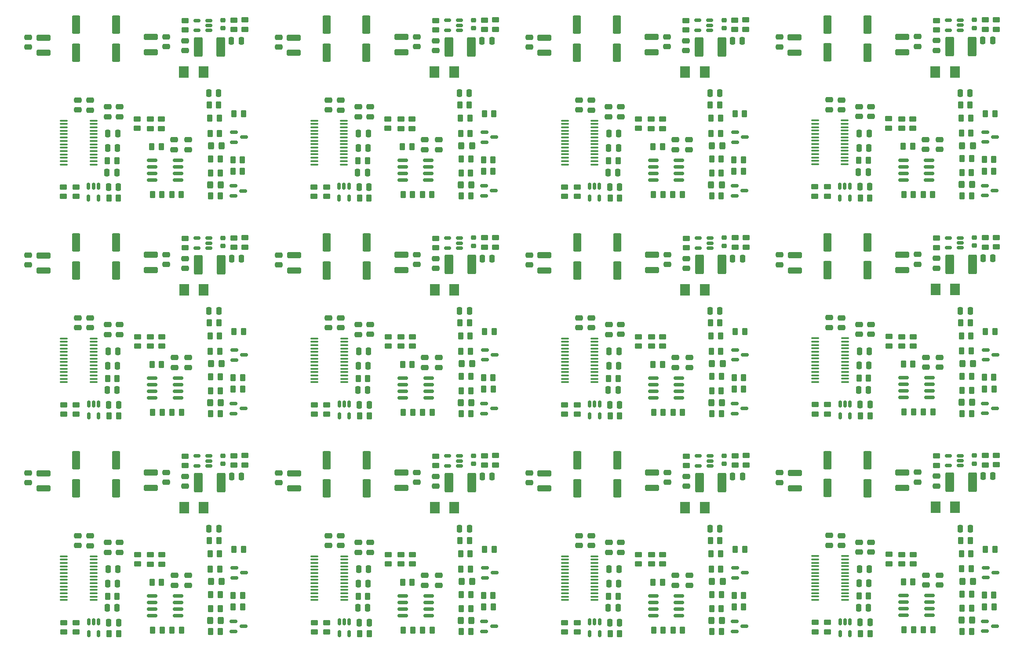
<source format=gbr>
%TF.GenerationSoftware,KiCad,Pcbnew,8.0.5*%
%TF.CreationDate,2024-10-20T11:29:55-04:00*%
%TF.ProjectId,power_glitcher_panel,706f7765-725f-4676-9c69-74636865725f,rev?*%
%TF.SameCoordinates,Original*%
%TF.FileFunction,Paste,Top*%
%TF.FilePolarity,Positive*%
%FSLAX46Y46*%
G04 Gerber Fmt 4.6, Leading zero omitted, Abs format (unit mm)*
G04 Created by KiCad (PCBNEW 8.0.5) date 2024-10-20 11:29:55*
%MOMM*%
%LPD*%
G01*
G04 APERTURE LIST*
G04 Aperture macros list*
%AMRoundRect*
0 Rectangle with rounded corners*
0 $1 Rounding radius*
0 $2 $3 $4 $5 $6 $7 $8 $9 X,Y pos of 4 corners*
0 Add a 4 corners polygon primitive as box body*
4,1,4,$2,$3,$4,$5,$6,$7,$8,$9,$2,$3,0*
0 Add four circle primitives for the rounded corners*
1,1,$1+$1,$2,$3*
1,1,$1+$1,$4,$5*
1,1,$1+$1,$6,$7*
1,1,$1+$1,$8,$9*
0 Add four rect primitives between the rounded corners*
20,1,$1+$1,$2,$3,$4,$5,0*
20,1,$1+$1,$4,$5,$6,$7,0*
20,1,$1+$1,$6,$7,$8,$9,0*
20,1,$1+$1,$8,$9,$2,$3,0*%
G04 Aperture macros list end*
%ADD10RoundRect,0.250000X0.475000X-0.250000X0.475000X0.250000X-0.475000X0.250000X-0.475000X-0.250000X0*%
%ADD11RoundRect,0.250000X-0.450000X0.262500X-0.450000X-0.262500X0.450000X-0.262500X0.450000X0.262500X0*%
%ADD12RoundRect,0.150000X-0.825000X-0.150000X0.825000X-0.150000X0.825000X0.150000X-0.825000X0.150000X0*%
%ADD13RoundRect,0.250000X-0.262500X-0.450000X0.262500X-0.450000X0.262500X0.450000X-0.262500X0.450000X0*%
%ADD14RoundRect,0.250000X-1.100000X0.325000X-1.100000X-0.325000X1.100000X-0.325000X1.100000X0.325000X0*%
%ADD15RoundRect,0.150000X-0.587500X-0.150000X0.587500X-0.150000X0.587500X0.150000X-0.587500X0.150000X0*%
%ADD16RoundRect,0.250000X-0.250000X-0.475000X0.250000X-0.475000X0.250000X0.475000X-0.250000X0.475000X0*%
%ADD17R,1.854500X2.286000*%
%ADD18RoundRect,0.250000X-0.475000X0.250000X-0.475000X-0.250000X0.475000X-0.250000X0.475000X0.250000X0*%
%ADD19RoundRect,0.250000X0.250000X0.475000X-0.250000X0.475000X-0.250000X-0.475000X0.250000X-0.475000X0*%
%ADD20RoundRect,0.250000X0.325000X0.450000X-0.325000X0.450000X-0.325000X-0.450000X0.325000X-0.450000X0*%
%ADD21RoundRect,0.250000X-0.550000X1.500000X-0.550000X-1.500000X0.550000X-1.500000X0.550000X1.500000X0*%
%ADD22RoundRect,0.250000X0.450000X-0.262500X0.450000X0.262500X-0.450000X0.262500X-0.450000X-0.262500X0*%
%ADD23RoundRect,0.250000X-0.325000X-0.450000X0.325000X-0.450000X0.325000X0.450000X-0.325000X0.450000X0*%
%ADD24RoundRect,0.250000X0.262500X0.450000X-0.262500X0.450000X-0.262500X-0.450000X0.262500X-0.450000X0*%
%ADD25RoundRect,0.150000X0.512500X0.150000X-0.512500X0.150000X-0.512500X-0.150000X0.512500X-0.150000X0*%
%ADD26RoundRect,0.225000X0.250000X-0.225000X0.250000X0.225000X-0.250000X0.225000X-0.250000X-0.225000X0*%
%ADD27RoundRect,0.250000X0.587500X1.625000X-0.587500X1.625000X-0.587500X-1.625000X0.587500X-1.625000X0*%
%ADD28RoundRect,0.100000X-0.637500X-0.100000X0.637500X-0.100000X0.637500X0.100000X-0.637500X0.100000X0*%
%ADD29RoundRect,0.150000X-0.150000X0.512500X-0.150000X-0.512500X0.150000X-0.512500X0.150000X0.512500X0*%
G04 APERTURE END LIST*
D10*
%TO.C,C17*%
X220197000Y-83200600D03*
X220197000Y-81300600D03*
%TD*%
D11*
%TO.C,R21*%
X242195800Y-64579000D03*
X242195800Y-66404000D03*
%TD*%
D12*
%TO.C,U2*%
X226473800Y-91608000D03*
X226473800Y-92878000D03*
X226473800Y-94148000D03*
X226473800Y-95418000D03*
X231423800Y-95418000D03*
X231423800Y-94148000D03*
X231423800Y-92878000D03*
X231423800Y-91608000D03*
%TD*%
D13*
%TO.C,R17*%
X226535800Y-98212000D03*
X228360800Y-98212000D03*
%TD*%
D14*
%TO.C,C9*%
X205515800Y-67960600D03*
X205515800Y-70910600D03*
%TD*%
D15*
%TO.C,Q2*%
X242147200Y-96550800D03*
X242147200Y-98450800D03*
X244022200Y-97500800D03*
%TD*%
D16*
%TO.C,C4*%
X217773800Y-93946700D03*
X219673800Y-93946700D03*
%TD*%
%TO.C,C12*%
X218088800Y-96768000D03*
X219988800Y-96768000D03*
%TD*%
D10*
%TO.C,C11*%
X230726800Y-89571000D03*
X230726800Y-87671000D03*
%TD*%
D17*
%TO.C,L1*%
X232592300Y-74590000D03*
X236376800Y-74590000D03*
%TD*%
D14*
%TO.C,C5*%
X226196400Y-67859000D03*
X226196400Y-70809000D03*
%TD*%
D18*
%TO.C,C7*%
X229168200Y-67808200D03*
X229168200Y-69708200D03*
%TD*%
D13*
%TO.C,R7*%
X226421900Y-88966400D03*
X228246900Y-88966400D03*
%TD*%
D19*
%TO.C,C1*%
X239282600Y-78679400D03*
X237382600Y-78679400D03*
%TD*%
D10*
%TO.C,C16*%
X217885600Y-83210800D03*
X217885600Y-81310800D03*
%TD*%
D20*
%TO.C,D2*%
X239668300Y-96339000D03*
X237618300Y-96339000D03*
%TD*%
D15*
%TO.C,Q1*%
X242246500Y-86213000D03*
X242246500Y-88113000D03*
X244121500Y-87163000D03*
%TD*%
D10*
%TO.C,C18*%
X232795400Y-70470200D03*
X232795400Y-68570200D03*
%TD*%
%TO.C,C13*%
X233393800Y-89571000D03*
X233393800Y-87671000D03*
%TD*%
D13*
%TO.C,R5*%
X237735100Y-98491400D03*
X239560100Y-98491400D03*
%TD*%
D10*
%TO.C,C15*%
X212170600Y-81900200D03*
X212170600Y-80000200D03*
%TD*%
%TO.C,C14*%
X214532800Y-81925600D03*
X214532800Y-80025600D03*
%TD*%
D21*
%TO.C,C8*%
X211794600Y-65456200D03*
X211794600Y-70856200D03*
%TD*%
D22*
%TO.C,R9*%
X228274200Y-85484700D03*
X228274200Y-83659700D03*
%TD*%
D23*
%TO.C,D1*%
X237773100Y-88839400D03*
X239823100Y-88839400D03*
%TD*%
D19*
%TO.C,C19*%
X243641200Y-68570200D03*
X241741200Y-68570200D03*
%TD*%
D24*
%TO.C,R11*%
X239282600Y-80965400D03*
X237457600Y-80965400D03*
%TD*%
D16*
%TO.C,C3*%
X217951600Y-86451800D03*
X219851600Y-86451800D03*
%TD*%
D18*
%TO.C,C10*%
X202594800Y-67884400D03*
X202594800Y-69784400D03*
%TD*%
D25*
%TO.C,U5*%
X237361900Y-66548400D03*
X237361900Y-65598400D03*
X237361900Y-64648400D03*
X235086900Y-64648400D03*
X235086900Y-66548400D03*
%TD*%
D26*
%TO.C,C20*%
X240113000Y-66128400D03*
X240113000Y-64578400D03*
%TD*%
D13*
%TO.C,R1*%
X242015600Y-91506400D03*
X243840600Y-91506400D03*
%TD*%
D22*
%TO.C,R14*%
X209402000Y-98589200D03*
X209402000Y-96764200D03*
%TD*%
D24*
%TO.C,R4*%
X239456600Y-86426400D03*
X237631600Y-86426400D03*
%TD*%
D11*
%TO.C,R8*%
X226115200Y-83659700D03*
X226115200Y-85484700D03*
%TD*%
D27*
%TO.C,D3*%
X239710400Y-69738600D03*
X235335400Y-69738600D03*
%TD*%
D28*
%TO.C,U1*%
X209442800Y-83973000D03*
X209442800Y-84623000D03*
X209442800Y-85273000D03*
X209442800Y-85923000D03*
X209442800Y-86573000D03*
X209442800Y-87223000D03*
X209442800Y-87873000D03*
X209442800Y-88523000D03*
X209442800Y-89173000D03*
X209442800Y-89823000D03*
X209442800Y-90473000D03*
X209442800Y-91123000D03*
X209442800Y-91773000D03*
X209442800Y-92423000D03*
X215167800Y-92423000D03*
X215167800Y-91773000D03*
X215167800Y-91123000D03*
X215167800Y-90473000D03*
X215167800Y-89823000D03*
X215167800Y-89173000D03*
X215167800Y-88523000D03*
X215167800Y-87873000D03*
X215167800Y-87223000D03*
X215167800Y-86573000D03*
X215167800Y-85923000D03*
X215167800Y-85273000D03*
X215167800Y-84623000D03*
X215167800Y-83973000D03*
%TD*%
D13*
%TO.C,R3*%
X242220700Y-82667200D03*
X244045700Y-82667200D03*
%TD*%
D24*
%TO.C,R12*%
X219988800Y-98927000D03*
X218163800Y-98927000D03*
%TD*%
D16*
%TO.C,C2*%
X217885800Y-89239000D03*
X219785800Y-89239000D03*
%TD*%
D22*
%TO.C,R13*%
X211815000Y-98589200D03*
X211815000Y-96764200D03*
%TD*%
%TO.C,R20*%
X244304000Y-66378600D03*
X244304000Y-64553600D03*
%TD*%
D13*
%TO.C,R6*%
X230265800Y-98212000D03*
X232090800Y-98212000D03*
%TD*%
D21*
%TO.C,C6*%
X219490800Y-65471400D03*
X219490800Y-70871400D03*
%TD*%
D24*
%TO.C,R16*%
X239422900Y-83505400D03*
X237597900Y-83505400D03*
%TD*%
D11*
%TO.C,R22*%
X232795400Y-64684000D03*
X232795400Y-66509000D03*
%TD*%
D29*
%TO.C,U3*%
X216117800Y-96641000D03*
X215167800Y-96641000D03*
X214217800Y-96641000D03*
X214217800Y-98916000D03*
X216117800Y-98916000D03*
%TD*%
D13*
%TO.C,R18*%
X237724900Y-94046400D03*
X239549900Y-94046400D03*
%TD*%
D24*
%TO.C,R19*%
X239562000Y-91328600D03*
X237737000Y-91328600D03*
%TD*%
%TO.C,R2*%
X243862200Y-93767000D03*
X242037200Y-93767000D03*
%TD*%
D22*
%TO.C,R10*%
X223626000Y-85459300D03*
X223626000Y-83634300D03*
%TD*%
D24*
%TO.C,R15*%
X219687100Y-91684200D03*
X217862100Y-91684200D03*
%TD*%
%TO.C,R2*%
X243862200Y-135767000D03*
X242037200Y-135767000D03*
%TD*%
D22*
%TO.C,R10*%
X223626000Y-127459300D03*
X223626000Y-125634300D03*
%TD*%
D24*
%TO.C,R15*%
X219687100Y-133684200D03*
X217862100Y-133684200D03*
%TD*%
D13*
%TO.C,R18*%
X237724900Y-136046400D03*
X239549900Y-136046400D03*
%TD*%
D24*
%TO.C,R19*%
X239562000Y-133328600D03*
X237737000Y-133328600D03*
%TD*%
D22*
%TO.C,R20*%
X244304000Y-108378600D03*
X244304000Y-106553600D03*
%TD*%
D13*
%TO.C,R6*%
X230265800Y-140212000D03*
X232090800Y-140212000D03*
%TD*%
D21*
%TO.C,C6*%
X219490800Y-107471400D03*
X219490800Y-112871400D03*
%TD*%
D24*
%TO.C,R16*%
X239422900Y-125505400D03*
X237597900Y-125505400D03*
%TD*%
D11*
%TO.C,R22*%
X232795400Y-106684000D03*
X232795400Y-108509000D03*
%TD*%
D29*
%TO.C,U3*%
X216117800Y-138641000D03*
X215167800Y-138641000D03*
X214217800Y-138641000D03*
X214217800Y-140916000D03*
X216117800Y-140916000D03*
%TD*%
D10*
%TO.C,C14*%
X214532800Y-123925600D03*
X214532800Y-122025600D03*
%TD*%
D21*
%TO.C,C8*%
X211794600Y-107456200D03*
X211794600Y-112856200D03*
%TD*%
D22*
%TO.C,R9*%
X228274200Y-127484700D03*
X228274200Y-125659700D03*
%TD*%
D23*
%TO.C,D1*%
X237773100Y-130839400D03*
X239823100Y-130839400D03*
%TD*%
D19*
%TO.C,C19*%
X243641200Y-110570200D03*
X241741200Y-110570200D03*
%TD*%
D24*
%TO.C,R11*%
X239282600Y-122965400D03*
X237457600Y-122965400D03*
%TD*%
D16*
%TO.C,C3*%
X217951600Y-128451800D03*
X219851600Y-128451800D03*
%TD*%
D18*
%TO.C,C10*%
X202594800Y-109884400D03*
X202594800Y-111784400D03*
%TD*%
D25*
%TO.C,U5*%
X237361900Y-108548400D03*
X237361900Y-107598400D03*
X237361900Y-106648400D03*
X235086900Y-106648400D03*
X235086900Y-108548400D03*
%TD*%
D26*
%TO.C,C20*%
X240113000Y-108128400D03*
X240113000Y-106578400D03*
%TD*%
D13*
%TO.C,R1*%
X242015600Y-133506400D03*
X243840600Y-133506400D03*
%TD*%
D22*
%TO.C,R14*%
X209402000Y-140589200D03*
X209402000Y-138764200D03*
%TD*%
D24*
%TO.C,R4*%
X239456600Y-128426400D03*
X237631600Y-128426400D03*
%TD*%
D11*
%TO.C,R8*%
X226115200Y-125659700D03*
X226115200Y-127484700D03*
%TD*%
D27*
%TO.C,D3*%
X239710400Y-111738600D03*
X235335400Y-111738600D03*
%TD*%
D28*
%TO.C,U1*%
X209442800Y-125973000D03*
X209442800Y-126623000D03*
X209442800Y-127273000D03*
X209442800Y-127923000D03*
X209442800Y-128573000D03*
X209442800Y-129223000D03*
X209442800Y-129873000D03*
X209442800Y-130523000D03*
X209442800Y-131173000D03*
X209442800Y-131823000D03*
X209442800Y-132473000D03*
X209442800Y-133123000D03*
X209442800Y-133773000D03*
X209442800Y-134423000D03*
X215167800Y-134423000D03*
X215167800Y-133773000D03*
X215167800Y-133123000D03*
X215167800Y-132473000D03*
X215167800Y-131823000D03*
X215167800Y-131173000D03*
X215167800Y-130523000D03*
X215167800Y-129873000D03*
X215167800Y-129223000D03*
X215167800Y-128573000D03*
X215167800Y-127923000D03*
X215167800Y-127273000D03*
X215167800Y-126623000D03*
X215167800Y-125973000D03*
%TD*%
D13*
%TO.C,R3*%
X242220700Y-124667200D03*
X244045700Y-124667200D03*
%TD*%
D24*
%TO.C,R12*%
X219988800Y-140927000D03*
X218163800Y-140927000D03*
%TD*%
D16*
%TO.C,C2*%
X217885800Y-131239000D03*
X219785800Y-131239000D03*
%TD*%
D22*
%TO.C,R13*%
X211815000Y-140589200D03*
X211815000Y-138764200D03*
%TD*%
D13*
%TO.C,R17*%
X226535800Y-140212000D03*
X228360800Y-140212000D03*
%TD*%
D14*
%TO.C,C9*%
X205515800Y-109960600D03*
X205515800Y-112910600D03*
%TD*%
D15*
%TO.C,Q2*%
X242147200Y-138550800D03*
X242147200Y-140450800D03*
X244022200Y-139500800D03*
%TD*%
D16*
%TO.C,C4*%
X217773800Y-135946700D03*
X219673800Y-135946700D03*
%TD*%
%TO.C,C12*%
X218088800Y-138768000D03*
X219988800Y-138768000D03*
%TD*%
D10*
%TO.C,C11*%
X230726800Y-131571000D03*
X230726800Y-129671000D03*
%TD*%
D17*
%TO.C,L1*%
X232592300Y-116590000D03*
X236376800Y-116590000D03*
%TD*%
D14*
%TO.C,C5*%
X226196400Y-109859000D03*
X226196400Y-112809000D03*
%TD*%
D18*
%TO.C,C7*%
X229168200Y-109808200D03*
X229168200Y-111708200D03*
%TD*%
D13*
%TO.C,R7*%
X226421900Y-130966400D03*
X228246900Y-130966400D03*
%TD*%
D19*
%TO.C,C1*%
X239282600Y-120679400D03*
X237382600Y-120679400D03*
%TD*%
D10*
%TO.C,C16*%
X217885600Y-125210800D03*
X217885600Y-123310800D03*
%TD*%
D20*
%TO.C,D2*%
X239668300Y-138339000D03*
X237618300Y-138339000D03*
%TD*%
D15*
%TO.C,Q1*%
X242246500Y-128213000D03*
X242246500Y-130113000D03*
X244121500Y-129163000D03*
%TD*%
D10*
%TO.C,C18*%
X232795400Y-112470200D03*
X232795400Y-110570200D03*
%TD*%
%TO.C,C13*%
X233393800Y-131571000D03*
X233393800Y-129671000D03*
%TD*%
D13*
%TO.C,R5*%
X237735100Y-140491400D03*
X239560100Y-140491400D03*
%TD*%
D10*
%TO.C,C15*%
X212170600Y-123900200D03*
X212170600Y-122000200D03*
%TD*%
%TO.C,C17*%
X220197000Y-125200600D03*
X220197000Y-123300600D03*
%TD*%
D11*
%TO.C,R21*%
X242195800Y-106579000D03*
X242195800Y-108404000D03*
%TD*%
D12*
%TO.C,U2*%
X226473800Y-133608000D03*
X226473800Y-134878000D03*
X226473800Y-136148000D03*
X226473800Y-137418000D03*
X231423800Y-137418000D03*
X231423800Y-136148000D03*
X231423800Y-134878000D03*
X231423800Y-133608000D03*
%TD*%
D10*
%TO.C,C17*%
X220171000Y-41217800D03*
X220171000Y-39317800D03*
%TD*%
D11*
%TO.C,R21*%
X242169800Y-22596200D03*
X242169800Y-24421200D03*
%TD*%
D12*
%TO.C,U2*%
X226447800Y-49625200D03*
X226447800Y-50895200D03*
X226447800Y-52165200D03*
X226447800Y-53435200D03*
X231397800Y-53435200D03*
X231397800Y-52165200D03*
X231397800Y-50895200D03*
X231397800Y-49625200D03*
%TD*%
D13*
%TO.C,R17*%
X226509800Y-56229200D03*
X228334800Y-56229200D03*
%TD*%
D14*
%TO.C,C9*%
X205489800Y-25977800D03*
X205489800Y-28927800D03*
%TD*%
D15*
%TO.C,Q2*%
X242121200Y-54568000D03*
X242121200Y-56468000D03*
X243996200Y-55518000D03*
%TD*%
D16*
%TO.C,C4*%
X217747800Y-51963900D03*
X219647800Y-51963900D03*
%TD*%
%TO.C,C12*%
X218062800Y-54785200D03*
X219962800Y-54785200D03*
%TD*%
D10*
%TO.C,C11*%
X230700800Y-47588200D03*
X230700800Y-45688200D03*
%TD*%
D17*
%TO.C,L1*%
X232566300Y-32607200D03*
X236350800Y-32607200D03*
%TD*%
D14*
%TO.C,C5*%
X226170400Y-25876200D03*
X226170400Y-28826200D03*
%TD*%
D18*
%TO.C,C7*%
X229142200Y-25825400D03*
X229142200Y-27725400D03*
%TD*%
D13*
%TO.C,R7*%
X226395900Y-46983600D03*
X228220900Y-46983600D03*
%TD*%
D19*
%TO.C,C1*%
X239256600Y-36696600D03*
X237356600Y-36696600D03*
%TD*%
D10*
%TO.C,C16*%
X217859600Y-41228000D03*
X217859600Y-39328000D03*
%TD*%
D20*
%TO.C,D2*%
X239642300Y-54356200D03*
X237592300Y-54356200D03*
%TD*%
D15*
%TO.C,Q1*%
X242220500Y-44230200D03*
X242220500Y-46130200D03*
X244095500Y-45180200D03*
%TD*%
D10*
%TO.C,C18*%
X232769400Y-28487400D03*
X232769400Y-26587400D03*
%TD*%
%TO.C,C13*%
X233367800Y-47588200D03*
X233367800Y-45688200D03*
%TD*%
D13*
%TO.C,R5*%
X237709100Y-56508600D03*
X239534100Y-56508600D03*
%TD*%
D10*
%TO.C,C15*%
X212144600Y-39917400D03*
X212144600Y-38017400D03*
%TD*%
%TO.C,C14*%
X214506800Y-39942800D03*
X214506800Y-38042800D03*
%TD*%
D21*
%TO.C,C8*%
X211768600Y-23473400D03*
X211768600Y-28873400D03*
%TD*%
D22*
%TO.C,R9*%
X228248200Y-43501900D03*
X228248200Y-41676900D03*
%TD*%
D23*
%TO.C,D1*%
X237747100Y-46856600D03*
X239797100Y-46856600D03*
%TD*%
D19*
%TO.C,C19*%
X243615200Y-26587400D03*
X241715200Y-26587400D03*
%TD*%
D24*
%TO.C,R11*%
X239256600Y-38982600D03*
X237431600Y-38982600D03*
%TD*%
D16*
%TO.C,C3*%
X217925600Y-44469000D03*
X219825600Y-44469000D03*
%TD*%
D18*
%TO.C,C10*%
X202568800Y-25901600D03*
X202568800Y-27801600D03*
%TD*%
D25*
%TO.C,U5*%
X237335900Y-24565600D03*
X237335900Y-23615600D03*
X237335900Y-22665600D03*
X235060900Y-22665600D03*
X235060900Y-24565600D03*
%TD*%
D26*
%TO.C,C20*%
X240087000Y-24145600D03*
X240087000Y-22595600D03*
%TD*%
D13*
%TO.C,R1*%
X241989600Y-49523600D03*
X243814600Y-49523600D03*
%TD*%
D22*
%TO.C,R14*%
X209376000Y-56606400D03*
X209376000Y-54781400D03*
%TD*%
D24*
%TO.C,R4*%
X239430600Y-44443600D03*
X237605600Y-44443600D03*
%TD*%
D11*
%TO.C,R8*%
X226089200Y-41676900D03*
X226089200Y-43501900D03*
%TD*%
D27*
%TO.C,D3*%
X239684400Y-27755800D03*
X235309400Y-27755800D03*
%TD*%
D28*
%TO.C,U1*%
X209416800Y-41990200D03*
X209416800Y-42640200D03*
X209416800Y-43290200D03*
X209416800Y-43940200D03*
X209416800Y-44590200D03*
X209416800Y-45240200D03*
X209416800Y-45890200D03*
X209416800Y-46540200D03*
X209416800Y-47190200D03*
X209416800Y-47840200D03*
X209416800Y-48490200D03*
X209416800Y-49140200D03*
X209416800Y-49790200D03*
X209416800Y-50440200D03*
X215141800Y-50440200D03*
X215141800Y-49790200D03*
X215141800Y-49140200D03*
X215141800Y-48490200D03*
X215141800Y-47840200D03*
X215141800Y-47190200D03*
X215141800Y-46540200D03*
X215141800Y-45890200D03*
X215141800Y-45240200D03*
X215141800Y-44590200D03*
X215141800Y-43940200D03*
X215141800Y-43290200D03*
X215141800Y-42640200D03*
X215141800Y-41990200D03*
%TD*%
D13*
%TO.C,R3*%
X242194700Y-40684400D03*
X244019700Y-40684400D03*
%TD*%
D24*
%TO.C,R12*%
X219962800Y-56944200D03*
X218137800Y-56944200D03*
%TD*%
D16*
%TO.C,C2*%
X217859800Y-47256200D03*
X219759800Y-47256200D03*
%TD*%
D22*
%TO.C,R13*%
X211789000Y-56606400D03*
X211789000Y-54781400D03*
%TD*%
%TO.C,R20*%
X244278000Y-24395800D03*
X244278000Y-22570800D03*
%TD*%
D13*
%TO.C,R6*%
X230239800Y-56229200D03*
X232064800Y-56229200D03*
%TD*%
D21*
%TO.C,C6*%
X219464800Y-23488600D03*
X219464800Y-28888600D03*
%TD*%
D24*
%TO.C,R16*%
X239396900Y-41522600D03*
X237571900Y-41522600D03*
%TD*%
D11*
%TO.C,R22*%
X232769400Y-22701200D03*
X232769400Y-24526200D03*
%TD*%
D29*
%TO.C,U3*%
X216091800Y-54658200D03*
X215141800Y-54658200D03*
X214191800Y-54658200D03*
X214191800Y-56933200D03*
X216091800Y-56933200D03*
%TD*%
D24*
%TO.C,R2*%
X243836200Y-51784200D03*
X242011200Y-51784200D03*
%TD*%
D22*
%TO.C,R10*%
X223600000Y-43476500D03*
X223600000Y-41651500D03*
%TD*%
D24*
%TO.C,R15*%
X219661100Y-49701400D03*
X217836100Y-49701400D03*
%TD*%
D13*
%TO.C,R18*%
X237698900Y-52063600D03*
X239523900Y-52063600D03*
%TD*%
D24*
%TO.C,R19*%
X239536000Y-49345800D03*
X237711000Y-49345800D03*
%TD*%
D17*
%TO.C,L1*%
X136152500Y-116618400D03*
X139937000Y-116618400D03*
%TD*%
D21*
%TO.C,C8*%
X115354800Y-107484600D03*
X115354800Y-112884600D03*
%TD*%
D13*
%TO.C,R7*%
X129982100Y-130994800D03*
X131807100Y-130994800D03*
%TD*%
D20*
%TO.C,D2*%
X143228500Y-138367400D03*
X141178500Y-138367400D03*
%TD*%
D11*
%TO.C,R21*%
X145756000Y-106607400D03*
X145756000Y-108432400D03*
%TD*%
D10*
%TO.C,C11*%
X134287000Y-131599400D03*
X134287000Y-129699400D03*
%TD*%
D12*
%TO.C,U2*%
X130034000Y-133636400D03*
X130034000Y-134906400D03*
X130034000Y-136176400D03*
X130034000Y-137446400D03*
X134984000Y-137446400D03*
X134984000Y-136176400D03*
X134984000Y-134906400D03*
X134984000Y-133636400D03*
%TD*%
D15*
%TO.C,Q1*%
X145806700Y-128241400D03*
X145806700Y-130141400D03*
X147681700Y-129191400D03*
%TD*%
D18*
%TO.C,C7*%
X132728400Y-109836600D03*
X132728400Y-111736600D03*
%TD*%
D13*
%TO.C,R17*%
X130096000Y-140240400D03*
X131921000Y-140240400D03*
%TD*%
D15*
%TO.C,Q2*%
X145707400Y-138579200D03*
X145707400Y-140479200D03*
X147582400Y-139529200D03*
%TD*%
D10*
%TO.C,C16*%
X121445800Y-125239200D03*
X121445800Y-123339200D03*
%TD*%
D19*
%TO.C,C1*%
X142842800Y-120707800D03*
X140942800Y-120707800D03*
%TD*%
D22*
%TO.C,R9*%
X131834400Y-127513100D03*
X131834400Y-125688100D03*
%TD*%
D16*
%TO.C,C4*%
X121334000Y-135975100D03*
X123234000Y-135975100D03*
%TD*%
%TO.C,C12*%
X121649000Y-138796400D03*
X123549000Y-138796400D03*
%TD*%
D14*
%TO.C,C9*%
X109076000Y-109989000D03*
X109076000Y-112939000D03*
%TD*%
D10*
%TO.C,C17*%
X123757200Y-125229000D03*
X123757200Y-123329000D03*
%TD*%
%TO.C,C14*%
X118093000Y-123954000D03*
X118093000Y-122054000D03*
%TD*%
D14*
%TO.C,C5*%
X129756600Y-109887400D03*
X129756600Y-112837400D03*
%TD*%
D10*
%TO.C,C18*%
X136355600Y-112498600D03*
X136355600Y-110598600D03*
%TD*%
%TO.C,C15*%
X115730800Y-123928600D03*
X115730800Y-122028600D03*
%TD*%
%TO.C,C13*%
X136954000Y-131599400D03*
X136954000Y-129699400D03*
%TD*%
D13*
%TO.C,R5*%
X141295300Y-140519800D03*
X143120300Y-140519800D03*
%TD*%
D10*
%TO.C,C17*%
X75507200Y-125234400D03*
X75507200Y-123334400D03*
%TD*%
D11*
%TO.C,R21*%
X97506000Y-106612800D03*
X97506000Y-108437800D03*
%TD*%
D12*
%TO.C,U2*%
X81784000Y-133641800D03*
X81784000Y-134911800D03*
X81784000Y-136181800D03*
X81784000Y-137451800D03*
X86734000Y-137451800D03*
X86734000Y-136181800D03*
X86734000Y-134911800D03*
X86734000Y-133641800D03*
%TD*%
D23*
%TO.C,D1*%
X141333300Y-130867800D03*
X143383300Y-130867800D03*
%TD*%
D10*
%TO.C,C17*%
X171993200Y-125229000D03*
X171993200Y-123329000D03*
%TD*%
D11*
%TO.C,R21*%
X193992000Y-106607400D03*
X193992000Y-108432400D03*
%TD*%
D12*
%TO.C,U2*%
X178270000Y-133636400D03*
X178270000Y-134906400D03*
X178270000Y-136176400D03*
X178270000Y-137446400D03*
X183220000Y-137446400D03*
X183220000Y-136176400D03*
X183220000Y-134906400D03*
X183220000Y-133636400D03*
%TD*%
D13*
%TO.C,R17*%
X178332000Y-140240400D03*
X180157000Y-140240400D03*
%TD*%
D14*
%TO.C,C9*%
X157312000Y-109989000D03*
X157312000Y-112939000D03*
%TD*%
D15*
%TO.C,Q2*%
X193943400Y-138579200D03*
X193943400Y-140479200D03*
X195818400Y-139529200D03*
%TD*%
D16*
%TO.C,C4*%
X169570000Y-135975100D03*
X171470000Y-135975100D03*
%TD*%
%TO.C,C12*%
X169885000Y-138796400D03*
X171785000Y-138796400D03*
%TD*%
D10*
%TO.C,C11*%
X182523000Y-131599400D03*
X182523000Y-129699400D03*
%TD*%
D17*
%TO.C,L1*%
X184388500Y-116618400D03*
X188173000Y-116618400D03*
%TD*%
D14*
%TO.C,C5*%
X177992600Y-109887400D03*
X177992600Y-112837400D03*
%TD*%
D18*
%TO.C,C7*%
X180964400Y-109836600D03*
X180964400Y-111736600D03*
%TD*%
D13*
%TO.C,R7*%
X178218100Y-130994800D03*
X180043100Y-130994800D03*
%TD*%
D19*
%TO.C,C1*%
X191078800Y-120707800D03*
X189178800Y-120707800D03*
%TD*%
D10*
%TO.C,C16*%
X169681800Y-125239200D03*
X169681800Y-123339200D03*
%TD*%
D20*
%TO.C,D2*%
X191464500Y-138367400D03*
X189414500Y-138367400D03*
%TD*%
D15*
%TO.C,Q1*%
X194042700Y-128241400D03*
X194042700Y-130141400D03*
X195917700Y-129191400D03*
%TD*%
D10*
%TO.C,C18*%
X184591600Y-112498600D03*
X184591600Y-110598600D03*
%TD*%
%TO.C,C13*%
X185190000Y-131599400D03*
X185190000Y-129699400D03*
%TD*%
D13*
%TO.C,R5*%
X189531300Y-140519800D03*
X191356300Y-140519800D03*
%TD*%
D10*
%TO.C,C15*%
X163966800Y-123928600D03*
X163966800Y-122028600D03*
%TD*%
%TO.C,C14*%
X166329000Y-123954000D03*
X166329000Y-122054000D03*
%TD*%
D21*
%TO.C,C8*%
X163590800Y-107484600D03*
X163590800Y-112884600D03*
%TD*%
D22*
%TO.C,R9*%
X180070400Y-127513100D03*
X180070400Y-125688100D03*
%TD*%
D23*
%TO.C,D1*%
X189569300Y-130867800D03*
X191619300Y-130867800D03*
%TD*%
D19*
%TO.C,C19*%
X195437400Y-110598600D03*
X193537400Y-110598600D03*
%TD*%
D24*
%TO.C,R11*%
X191078800Y-122993800D03*
X189253800Y-122993800D03*
%TD*%
D16*
%TO.C,C3*%
X169747800Y-128480200D03*
X171647800Y-128480200D03*
%TD*%
D18*
%TO.C,C10*%
X154391000Y-109912800D03*
X154391000Y-111812800D03*
%TD*%
D25*
%TO.C,U5*%
X189158100Y-108576800D03*
X189158100Y-107626800D03*
X189158100Y-106676800D03*
X186883100Y-106676800D03*
X186883100Y-108576800D03*
%TD*%
D26*
%TO.C,C20*%
X191909200Y-108156800D03*
X191909200Y-106606800D03*
%TD*%
D13*
%TO.C,R1*%
X193811800Y-133534800D03*
X195636800Y-133534800D03*
%TD*%
D22*
%TO.C,R14*%
X161198200Y-140617600D03*
X161198200Y-138792600D03*
%TD*%
D24*
%TO.C,R4*%
X191252800Y-128454800D03*
X189427800Y-128454800D03*
%TD*%
D11*
%TO.C,R8*%
X177911400Y-125688100D03*
X177911400Y-127513100D03*
%TD*%
D27*
%TO.C,D3*%
X191506600Y-111767000D03*
X187131600Y-111767000D03*
%TD*%
D28*
%TO.C,U1*%
X161239000Y-126001400D03*
X161239000Y-126651400D03*
X161239000Y-127301400D03*
X161239000Y-127951400D03*
X161239000Y-128601400D03*
X161239000Y-129251400D03*
X161239000Y-129901400D03*
X161239000Y-130551400D03*
X161239000Y-131201400D03*
X161239000Y-131851400D03*
X161239000Y-132501400D03*
X161239000Y-133151400D03*
X161239000Y-133801400D03*
X161239000Y-134451400D03*
X166964000Y-134451400D03*
X166964000Y-133801400D03*
X166964000Y-133151400D03*
X166964000Y-132501400D03*
X166964000Y-131851400D03*
X166964000Y-131201400D03*
X166964000Y-130551400D03*
X166964000Y-129901400D03*
X166964000Y-129251400D03*
X166964000Y-128601400D03*
X166964000Y-127951400D03*
X166964000Y-127301400D03*
X166964000Y-126651400D03*
X166964000Y-126001400D03*
%TD*%
D13*
%TO.C,R3*%
X194016900Y-124695600D03*
X195841900Y-124695600D03*
%TD*%
D24*
%TO.C,R12*%
X171785000Y-140955400D03*
X169960000Y-140955400D03*
%TD*%
D16*
%TO.C,C2*%
X169682000Y-131267400D03*
X171582000Y-131267400D03*
%TD*%
D22*
%TO.C,R13*%
X163611200Y-140617600D03*
X163611200Y-138792600D03*
%TD*%
%TO.C,R20*%
X196100200Y-108407000D03*
X196100200Y-106582000D03*
%TD*%
D13*
%TO.C,R6*%
X182062000Y-140240400D03*
X183887000Y-140240400D03*
%TD*%
D21*
%TO.C,C6*%
X171287000Y-107499800D03*
X171287000Y-112899800D03*
%TD*%
D24*
%TO.C,R16*%
X191219100Y-125533800D03*
X189394100Y-125533800D03*
%TD*%
D11*
%TO.C,R22*%
X184591600Y-106712400D03*
X184591600Y-108537400D03*
%TD*%
D29*
%TO.C,U3*%
X167914000Y-138669400D03*
X166964000Y-138669400D03*
X166014000Y-138669400D03*
X166014000Y-140944400D03*
X167914000Y-140944400D03*
%TD*%
D19*
%TO.C,C19*%
X147201400Y-110598600D03*
X145301400Y-110598600D03*
%TD*%
D24*
%TO.C,R11*%
X142842800Y-122993800D03*
X141017800Y-122993800D03*
%TD*%
D16*
%TO.C,C3*%
X121511800Y-128480200D03*
X123411800Y-128480200D03*
%TD*%
D18*
%TO.C,C10*%
X106155000Y-109912800D03*
X106155000Y-111812800D03*
%TD*%
D25*
%TO.C,U5*%
X140922100Y-108576800D03*
X140922100Y-107626800D03*
X140922100Y-106676800D03*
X138647100Y-106676800D03*
X138647100Y-108576800D03*
%TD*%
D26*
%TO.C,C20*%
X143673200Y-108156800D03*
X143673200Y-106606800D03*
%TD*%
D13*
%TO.C,R1*%
X145575800Y-133534800D03*
X147400800Y-133534800D03*
%TD*%
D22*
%TO.C,R14*%
X112962200Y-140617600D03*
X112962200Y-138792600D03*
%TD*%
D24*
%TO.C,R4*%
X143016800Y-128454800D03*
X141191800Y-128454800D03*
%TD*%
D21*
%TO.C,C6*%
X123051000Y-107499800D03*
X123051000Y-112899800D03*
%TD*%
D24*
%TO.C,R16*%
X142983100Y-125533800D03*
X141158100Y-125533800D03*
%TD*%
D11*
%TO.C,R22*%
X136355600Y-106712400D03*
X136355600Y-108537400D03*
%TD*%
%TO.C,R8*%
X129675400Y-125688100D03*
X129675400Y-127513100D03*
%TD*%
D27*
%TO.C,D3*%
X143270600Y-111767000D03*
X138895600Y-111767000D03*
%TD*%
D28*
%TO.C,U1*%
X113003000Y-126001400D03*
X113003000Y-126651400D03*
X113003000Y-127301400D03*
X113003000Y-127951400D03*
X113003000Y-128601400D03*
X113003000Y-129251400D03*
X113003000Y-129901400D03*
X113003000Y-130551400D03*
X113003000Y-131201400D03*
X113003000Y-131851400D03*
X113003000Y-132501400D03*
X113003000Y-133151400D03*
X113003000Y-133801400D03*
X113003000Y-134451400D03*
X118728000Y-134451400D03*
X118728000Y-133801400D03*
X118728000Y-133151400D03*
X118728000Y-132501400D03*
X118728000Y-131851400D03*
X118728000Y-131201400D03*
X118728000Y-130551400D03*
X118728000Y-129901400D03*
X118728000Y-129251400D03*
X118728000Y-128601400D03*
X118728000Y-127951400D03*
X118728000Y-127301400D03*
X118728000Y-126651400D03*
X118728000Y-126001400D03*
%TD*%
D13*
%TO.C,R3*%
X145780900Y-124695600D03*
X147605900Y-124695600D03*
%TD*%
D24*
%TO.C,R12*%
X123549000Y-140955400D03*
X121724000Y-140955400D03*
%TD*%
D16*
%TO.C,C2*%
X121446000Y-131267400D03*
X123346000Y-131267400D03*
%TD*%
D22*
%TO.C,R13*%
X115375200Y-140617600D03*
X115375200Y-138792600D03*
%TD*%
%TO.C,R20*%
X147864200Y-108407000D03*
X147864200Y-106582000D03*
%TD*%
D13*
%TO.C,R18*%
X141285100Y-136074800D03*
X143110100Y-136074800D03*
%TD*%
%TO.C,R6*%
X133826000Y-140240400D03*
X135651000Y-140240400D03*
%TD*%
D22*
%TO.C,R10*%
X127186200Y-127487700D03*
X127186200Y-125662700D03*
%TD*%
D24*
%TO.C,R15*%
X123247300Y-133712600D03*
X121422300Y-133712600D03*
%TD*%
%TO.C,R2*%
X195658400Y-135795400D03*
X193833400Y-135795400D03*
%TD*%
D22*
%TO.C,R10*%
X175422200Y-127487700D03*
X175422200Y-125662700D03*
%TD*%
D24*
%TO.C,R15*%
X171483300Y-133712600D03*
X169658300Y-133712600D03*
%TD*%
%TO.C,R2*%
X147422400Y-135795400D03*
X145597400Y-135795400D03*
%TD*%
D13*
%TO.C,R18*%
X189521100Y-136074800D03*
X191346100Y-136074800D03*
%TD*%
D24*
%TO.C,R19*%
X191358200Y-133357000D03*
X189533200Y-133357000D03*
%TD*%
D29*
%TO.C,U3*%
X119678000Y-138669400D03*
X118728000Y-138669400D03*
X117778000Y-138669400D03*
X117778000Y-140944400D03*
X119678000Y-140944400D03*
%TD*%
D24*
%TO.C,R19*%
X143122200Y-133357000D03*
X141297200Y-133357000D03*
%TD*%
D13*
%TO.C,R17*%
X81846000Y-140245800D03*
X83671000Y-140245800D03*
%TD*%
D14*
%TO.C,C9*%
X60826000Y-109994400D03*
X60826000Y-112944400D03*
%TD*%
D15*
%TO.C,Q2*%
X97457400Y-138584600D03*
X97457400Y-140484600D03*
X99332400Y-139534600D03*
%TD*%
D16*
%TO.C,C4*%
X73084000Y-135980500D03*
X74984000Y-135980500D03*
%TD*%
%TO.C,C12*%
X73399000Y-138801800D03*
X75299000Y-138801800D03*
%TD*%
D10*
%TO.C,C11*%
X86037000Y-131604800D03*
X86037000Y-129704800D03*
%TD*%
D17*
%TO.C,L1*%
X87902500Y-116623800D03*
X91687000Y-116623800D03*
%TD*%
D14*
%TO.C,C5*%
X81506600Y-109892800D03*
X81506600Y-112842800D03*
%TD*%
D18*
%TO.C,C7*%
X84478400Y-109842000D03*
X84478400Y-111742000D03*
%TD*%
D13*
%TO.C,R7*%
X81732100Y-131000200D03*
X83557100Y-131000200D03*
%TD*%
D19*
%TO.C,C1*%
X94592800Y-120713200D03*
X92692800Y-120713200D03*
%TD*%
D10*
%TO.C,C16*%
X73195800Y-125244600D03*
X73195800Y-123344600D03*
%TD*%
D20*
%TO.C,D2*%
X94978500Y-138372800D03*
X92928500Y-138372800D03*
%TD*%
D15*
%TO.C,Q1*%
X97556700Y-128246800D03*
X97556700Y-130146800D03*
X99431700Y-129196800D03*
%TD*%
D10*
%TO.C,C18*%
X88105600Y-112504000D03*
X88105600Y-110604000D03*
%TD*%
%TO.C,C13*%
X88704000Y-131604800D03*
X88704000Y-129704800D03*
%TD*%
D13*
%TO.C,R5*%
X93045300Y-140525200D03*
X94870300Y-140525200D03*
%TD*%
D10*
%TO.C,C15*%
X67480800Y-123934000D03*
X67480800Y-122034000D03*
%TD*%
%TO.C,C14*%
X69843000Y-123959400D03*
X69843000Y-122059400D03*
%TD*%
D21*
%TO.C,C8*%
X67104800Y-107490000D03*
X67104800Y-112890000D03*
%TD*%
D22*
%TO.C,R9*%
X83584400Y-127518500D03*
X83584400Y-125693500D03*
%TD*%
D23*
%TO.C,D1*%
X93083300Y-130873200D03*
X95133300Y-130873200D03*
%TD*%
D19*
%TO.C,C19*%
X98951400Y-110604000D03*
X97051400Y-110604000D03*
%TD*%
D24*
%TO.C,R11*%
X94592800Y-122999200D03*
X92767800Y-122999200D03*
%TD*%
D16*
%TO.C,C3*%
X73261800Y-128485600D03*
X75161800Y-128485600D03*
%TD*%
D18*
%TO.C,C10*%
X57905000Y-109918200D03*
X57905000Y-111818200D03*
%TD*%
D25*
%TO.C,U5*%
X92672100Y-108582200D03*
X92672100Y-107632200D03*
X92672100Y-106682200D03*
X90397100Y-106682200D03*
X90397100Y-108582200D03*
%TD*%
D26*
%TO.C,C20*%
X95423200Y-108162200D03*
X95423200Y-106612200D03*
%TD*%
D13*
%TO.C,R1*%
X97325800Y-133540200D03*
X99150800Y-133540200D03*
%TD*%
D22*
%TO.C,R14*%
X64712200Y-140623000D03*
X64712200Y-138798000D03*
%TD*%
D24*
%TO.C,R4*%
X94766800Y-128460200D03*
X92941800Y-128460200D03*
%TD*%
D21*
%TO.C,C6*%
X74801000Y-107505200D03*
X74801000Y-112905200D03*
%TD*%
D24*
%TO.C,R16*%
X94733100Y-125539200D03*
X92908100Y-125539200D03*
%TD*%
D11*
%TO.C,R22*%
X88105600Y-106717800D03*
X88105600Y-108542800D03*
%TD*%
%TO.C,R8*%
X81425400Y-125693500D03*
X81425400Y-127518500D03*
%TD*%
D27*
%TO.C,D3*%
X95020600Y-111772400D03*
X90645600Y-111772400D03*
%TD*%
D28*
%TO.C,U1*%
X64753000Y-126006800D03*
X64753000Y-126656800D03*
X64753000Y-127306800D03*
X64753000Y-127956800D03*
X64753000Y-128606800D03*
X64753000Y-129256800D03*
X64753000Y-129906800D03*
X64753000Y-130556800D03*
X64753000Y-131206800D03*
X64753000Y-131856800D03*
X64753000Y-132506800D03*
X64753000Y-133156800D03*
X64753000Y-133806800D03*
X64753000Y-134456800D03*
X70478000Y-134456800D03*
X70478000Y-133806800D03*
X70478000Y-133156800D03*
X70478000Y-132506800D03*
X70478000Y-131856800D03*
X70478000Y-131206800D03*
X70478000Y-130556800D03*
X70478000Y-129906800D03*
X70478000Y-129256800D03*
X70478000Y-128606800D03*
X70478000Y-127956800D03*
X70478000Y-127306800D03*
X70478000Y-126656800D03*
X70478000Y-126006800D03*
%TD*%
D13*
%TO.C,R3*%
X97530900Y-124701000D03*
X99355900Y-124701000D03*
%TD*%
D24*
%TO.C,R12*%
X75299000Y-140960800D03*
X73474000Y-140960800D03*
%TD*%
D16*
%TO.C,C2*%
X73196000Y-131272800D03*
X75096000Y-131272800D03*
%TD*%
D22*
%TO.C,R13*%
X67125200Y-140623000D03*
X67125200Y-138798000D03*
%TD*%
%TO.C,R20*%
X99614200Y-108412400D03*
X99614200Y-106587400D03*
%TD*%
D13*
%TO.C,R6*%
X85576000Y-140245800D03*
X87401000Y-140245800D03*
%TD*%
D24*
%TO.C,R15*%
X74997300Y-133718000D03*
X73172300Y-133718000D03*
%TD*%
D13*
%TO.C,R18*%
X93035100Y-136080200D03*
X94860100Y-136080200D03*
%TD*%
D29*
%TO.C,U3*%
X71428000Y-138674800D03*
X70478000Y-138674800D03*
X69528000Y-138674800D03*
X69528000Y-140949800D03*
X71428000Y-140949800D03*
%TD*%
D24*
%TO.C,R2*%
X99172400Y-135800800D03*
X97347400Y-135800800D03*
%TD*%
D22*
%TO.C,R10*%
X78936200Y-127493100D03*
X78936200Y-125668100D03*
%TD*%
D24*
%TO.C,R19*%
X94872200Y-133362400D03*
X93047200Y-133362400D03*
%TD*%
D17*
%TO.C,L1*%
X136152500Y-74618400D03*
X139937000Y-74618400D03*
%TD*%
D21*
%TO.C,C8*%
X115354800Y-65484600D03*
X115354800Y-70884600D03*
%TD*%
D13*
%TO.C,R7*%
X129982100Y-88994800D03*
X131807100Y-88994800D03*
%TD*%
D20*
%TO.C,D2*%
X143228500Y-96367400D03*
X141178500Y-96367400D03*
%TD*%
D11*
%TO.C,R21*%
X145756000Y-64607400D03*
X145756000Y-66432400D03*
%TD*%
D10*
%TO.C,C11*%
X134287000Y-89599400D03*
X134287000Y-87699400D03*
%TD*%
D12*
%TO.C,U2*%
X130034000Y-91636400D03*
X130034000Y-92906400D03*
X130034000Y-94176400D03*
X130034000Y-95446400D03*
X134984000Y-95446400D03*
X134984000Y-94176400D03*
X134984000Y-92906400D03*
X134984000Y-91636400D03*
%TD*%
D15*
%TO.C,Q1*%
X145806700Y-86241400D03*
X145806700Y-88141400D03*
X147681700Y-87191400D03*
%TD*%
D18*
%TO.C,C7*%
X132728400Y-67836600D03*
X132728400Y-69736600D03*
%TD*%
D13*
%TO.C,R17*%
X130096000Y-98240400D03*
X131921000Y-98240400D03*
%TD*%
D15*
%TO.C,Q2*%
X145707400Y-96579200D03*
X145707400Y-98479200D03*
X147582400Y-97529200D03*
%TD*%
D10*
%TO.C,C16*%
X121445800Y-83239200D03*
X121445800Y-81339200D03*
%TD*%
D19*
%TO.C,C1*%
X142842800Y-78707800D03*
X140942800Y-78707800D03*
%TD*%
D22*
%TO.C,R9*%
X131834400Y-85513100D03*
X131834400Y-83688100D03*
%TD*%
D16*
%TO.C,C4*%
X121334000Y-93975100D03*
X123234000Y-93975100D03*
%TD*%
%TO.C,C12*%
X121649000Y-96796400D03*
X123549000Y-96796400D03*
%TD*%
D14*
%TO.C,C9*%
X109076000Y-67989000D03*
X109076000Y-70939000D03*
%TD*%
D10*
%TO.C,C17*%
X123757200Y-83229000D03*
X123757200Y-81329000D03*
%TD*%
%TO.C,C14*%
X118093000Y-81954000D03*
X118093000Y-80054000D03*
%TD*%
D14*
%TO.C,C5*%
X129756600Y-67887400D03*
X129756600Y-70837400D03*
%TD*%
D10*
%TO.C,C18*%
X136355600Y-70498600D03*
X136355600Y-68598600D03*
%TD*%
%TO.C,C15*%
X115730800Y-81928600D03*
X115730800Y-80028600D03*
%TD*%
%TO.C,C13*%
X136954000Y-89599400D03*
X136954000Y-87699400D03*
%TD*%
D13*
%TO.C,R5*%
X141295300Y-98519800D03*
X143120300Y-98519800D03*
%TD*%
D10*
%TO.C,C17*%
X75507200Y-83234400D03*
X75507200Y-81334400D03*
%TD*%
D11*
%TO.C,R21*%
X97506000Y-64612800D03*
X97506000Y-66437800D03*
%TD*%
D12*
%TO.C,U2*%
X81784000Y-91641800D03*
X81784000Y-92911800D03*
X81784000Y-94181800D03*
X81784000Y-95451800D03*
X86734000Y-95451800D03*
X86734000Y-94181800D03*
X86734000Y-92911800D03*
X86734000Y-91641800D03*
%TD*%
D23*
%TO.C,D1*%
X141333300Y-88867800D03*
X143383300Y-88867800D03*
%TD*%
D10*
%TO.C,C17*%
X171993200Y-83229000D03*
X171993200Y-81329000D03*
%TD*%
D11*
%TO.C,R21*%
X193992000Y-64607400D03*
X193992000Y-66432400D03*
%TD*%
D12*
%TO.C,U2*%
X178270000Y-91636400D03*
X178270000Y-92906400D03*
X178270000Y-94176400D03*
X178270000Y-95446400D03*
X183220000Y-95446400D03*
X183220000Y-94176400D03*
X183220000Y-92906400D03*
X183220000Y-91636400D03*
%TD*%
D13*
%TO.C,R17*%
X178332000Y-98240400D03*
X180157000Y-98240400D03*
%TD*%
D14*
%TO.C,C9*%
X157312000Y-67989000D03*
X157312000Y-70939000D03*
%TD*%
D15*
%TO.C,Q2*%
X193943400Y-96579200D03*
X193943400Y-98479200D03*
X195818400Y-97529200D03*
%TD*%
D16*
%TO.C,C4*%
X169570000Y-93975100D03*
X171470000Y-93975100D03*
%TD*%
%TO.C,C12*%
X169885000Y-96796400D03*
X171785000Y-96796400D03*
%TD*%
D10*
%TO.C,C11*%
X182523000Y-89599400D03*
X182523000Y-87699400D03*
%TD*%
D17*
%TO.C,L1*%
X184388500Y-74618400D03*
X188173000Y-74618400D03*
%TD*%
D14*
%TO.C,C5*%
X177992600Y-67887400D03*
X177992600Y-70837400D03*
%TD*%
D18*
%TO.C,C7*%
X180964400Y-67836600D03*
X180964400Y-69736600D03*
%TD*%
D13*
%TO.C,R7*%
X178218100Y-88994800D03*
X180043100Y-88994800D03*
%TD*%
D19*
%TO.C,C1*%
X191078800Y-78707800D03*
X189178800Y-78707800D03*
%TD*%
D10*
%TO.C,C16*%
X169681800Y-83239200D03*
X169681800Y-81339200D03*
%TD*%
D20*
%TO.C,D2*%
X191464500Y-96367400D03*
X189414500Y-96367400D03*
%TD*%
D15*
%TO.C,Q1*%
X194042700Y-86241400D03*
X194042700Y-88141400D03*
X195917700Y-87191400D03*
%TD*%
D10*
%TO.C,C18*%
X184591600Y-70498600D03*
X184591600Y-68598600D03*
%TD*%
%TO.C,C13*%
X185190000Y-89599400D03*
X185190000Y-87699400D03*
%TD*%
D13*
%TO.C,R5*%
X189531300Y-98519800D03*
X191356300Y-98519800D03*
%TD*%
D10*
%TO.C,C15*%
X163966800Y-81928600D03*
X163966800Y-80028600D03*
%TD*%
%TO.C,C14*%
X166329000Y-81954000D03*
X166329000Y-80054000D03*
%TD*%
D21*
%TO.C,C8*%
X163590800Y-65484600D03*
X163590800Y-70884600D03*
%TD*%
D22*
%TO.C,R9*%
X180070400Y-85513100D03*
X180070400Y-83688100D03*
%TD*%
D23*
%TO.C,D1*%
X189569300Y-88867800D03*
X191619300Y-88867800D03*
%TD*%
D19*
%TO.C,C19*%
X195437400Y-68598600D03*
X193537400Y-68598600D03*
%TD*%
D24*
%TO.C,R11*%
X191078800Y-80993800D03*
X189253800Y-80993800D03*
%TD*%
D16*
%TO.C,C3*%
X169747800Y-86480200D03*
X171647800Y-86480200D03*
%TD*%
D18*
%TO.C,C10*%
X154391000Y-67912800D03*
X154391000Y-69812800D03*
%TD*%
D25*
%TO.C,U5*%
X189158100Y-66576800D03*
X189158100Y-65626800D03*
X189158100Y-64676800D03*
X186883100Y-64676800D03*
X186883100Y-66576800D03*
%TD*%
D26*
%TO.C,C20*%
X191909200Y-66156800D03*
X191909200Y-64606800D03*
%TD*%
D13*
%TO.C,R1*%
X193811800Y-91534800D03*
X195636800Y-91534800D03*
%TD*%
D22*
%TO.C,R14*%
X161198200Y-98617600D03*
X161198200Y-96792600D03*
%TD*%
D24*
%TO.C,R4*%
X191252800Y-86454800D03*
X189427800Y-86454800D03*
%TD*%
D11*
%TO.C,R8*%
X177911400Y-83688100D03*
X177911400Y-85513100D03*
%TD*%
D27*
%TO.C,D3*%
X191506600Y-69767000D03*
X187131600Y-69767000D03*
%TD*%
D28*
%TO.C,U1*%
X161239000Y-84001400D03*
X161239000Y-84651400D03*
X161239000Y-85301400D03*
X161239000Y-85951400D03*
X161239000Y-86601400D03*
X161239000Y-87251400D03*
X161239000Y-87901400D03*
X161239000Y-88551400D03*
X161239000Y-89201400D03*
X161239000Y-89851400D03*
X161239000Y-90501400D03*
X161239000Y-91151400D03*
X161239000Y-91801400D03*
X161239000Y-92451400D03*
X166964000Y-92451400D03*
X166964000Y-91801400D03*
X166964000Y-91151400D03*
X166964000Y-90501400D03*
X166964000Y-89851400D03*
X166964000Y-89201400D03*
X166964000Y-88551400D03*
X166964000Y-87901400D03*
X166964000Y-87251400D03*
X166964000Y-86601400D03*
X166964000Y-85951400D03*
X166964000Y-85301400D03*
X166964000Y-84651400D03*
X166964000Y-84001400D03*
%TD*%
D13*
%TO.C,R3*%
X194016900Y-82695600D03*
X195841900Y-82695600D03*
%TD*%
D24*
%TO.C,R12*%
X171785000Y-98955400D03*
X169960000Y-98955400D03*
%TD*%
D16*
%TO.C,C2*%
X169682000Y-89267400D03*
X171582000Y-89267400D03*
%TD*%
D22*
%TO.C,R13*%
X163611200Y-98617600D03*
X163611200Y-96792600D03*
%TD*%
%TO.C,R20*%
X196100200Y-66407000D03*
X196100200Y-64582000D03*
%TD*%
D13*
%TO.C,R6*%
X182062000Y-98240400D03*
X183887000Y-98240400D03*
%TD*%
D21*
%TO.C,C6*%
X171287000Y-65499800D03*
X171287000Y-70899800D03*
%TD*%
D24*
%TO.C,R16*%
X191219100Y-83533800D03*
X189394100Y-83533800D03*
%TD*%
D11*
%TO.C,R22*%
X184591600Y-64712400D03*
X184591600Y-66537400D03*
%TD*%
D29*
%TO.C,U3*%
X167914000Y-96669400D03*
X166964000Y-96669400D03*
X166014000Y-96669400D03*
X166014000Y-98944400D03*
X167914000Y-98944400D03*
%TD*%
D19*
%TO.C,C19*%
X147201400Y-68598600D03*
X145301400Y-68598600D03*
%TD*%
D24*
%TO.C,R11*%
X142842800Y-80993800D03*
X141017800Y-80993800D03*
%TD*%
D16*
%TO.C,C3*%
X121511800Y-86480200D03*
X123411800Y-86480200D03*
%TD*%
D18*
%TO.C,C10*%
X106155000Y-67912800D03*
X106155000Y-69812800D03*
%TD*%
D25*
%TO.C,U5*%
X140922100Y-66576800D03*
X140922100Y-65626800D03*
X140922100Y-64676800D03*
X138647100Y-64676800D03*
X138647100Y-66576800D03*
%TD*%
D26*
%TO.C,C20*%
X143673200Y-66156800D03*
X143673200Y-64606800D03*
%TD*%
D13*
%TO.C,R1*%
X145575800Y-91534800D03*
X147400800Y-91534800D03*
%TD*%
D22*
%TO.C,R14*%
X112962200Y-98617600D03*
X112962200Y-96792600D03*
%TD*%
D24*
%TO.C,R4*%
X143016800Y-86454800D03*
X141191800Y-86454800D03*
%TD*%
D21*
%TO.C,C6*%
X123051000Y-65499800D03*
X123051000Y-70899800D03*
%TD*%
D24*
%TO.C,R16*%
X142983100Y-83533800D03*
X141158100Y-83533800D03*
%TD*%
D11*
%TO.C,R22*%
X136355600Y-64712400D03*
X136355600Y-66537400D03*
%TD*%
%TO.C,R8*%
X129675400Y-83688100D03*
X129675400Y-85513100D03*
%TD*%
D27*
%TO.C,D3*%
X143270600Y-69767000D03*
X138895600Y-69767000D03*
%TD*%
D28*
%TO.C,U1*%
X113003000Y-84001400D03*
X113003000Y-84651400D03*
X113003000Y-85301400D03*
X113003000Y-85951400D03*
X113003000Y-86601400D03*
X113003000Y-87251400D03*
X113003000Y-87901400D03*
X113003000Y-88551400D03*
X113003000Y-89201400D03*
X113003000Y-89851400D03*
X113003000Y-90501400D03*
X113003000Y-91151400D03*
X113003000Y-91801400D03*
X113003000Y-92451400D03*
X118728000Y-92451400D03*
X118728000Y-91801400D03*
X118728000Y-91151400D03*
X118728000Y-90501400D03*
X118728000Y-89851400D03*
X118728000Y-89201400D03*
X118728000Y-88551400D03*
X118728000Y-87901400D03*
X118728000Y-87251400D03*
X118728000Y-86601400D03*
X118728000Y-85951400D03*
X118728000Y-85301400D03*
X118728000Y-84651400D03*
X118728000Y-84001400D03*
%TD*%
D13*
%TO.C,R3*%
X145780900Y-82695600D03*
X147605900Y-82695600D03*
%TD*%
D24*
%TO.C,R12*%
X123549000Y-98955400D03*
X121724000Y-98955400D03*
%TD*%
D16*
%TO.C,C2*%
X121446000Y-89267400D03*
X123346000Y-89267400D03*
%TD*%
D22*
%TO.C,R13*%
X115375200Y-98617600D03*
X115375200Y-96792600D03*
%TD*%
%TO.C,R20*%
X147864200Y-66407000D03*
X147864200Y-64582000D03*
%TD*%
D13*
%TO.C,R18*%
X141285100Y-94074800D03*
X143110100Y-94074800D03*
%TD*%
%TO.C,R6*%
X133826000Y-98240400D03*
X135651000Y-98240400D03*
%TD*%
D22*
%TO.C,R10*%
X127186200Y-85487700D03*
X127186200Y-83662700D03*
%TD*%
D24*
%TO.C,R15*%
X123247300Y-91712600D03*
X121422300Y-91712600D03*
%TD*%
%TO.C,R2*%
X195658400Y-93795400D03*
X193833400Y-93795400D03*
%TD*%
D22*
%TO.C,R10*%
X175422200Y-85487700D03*
X175422200Y-83662700D03*
%TD*%
D24*
%TO.C,R15*%
X171483300Y-91712600D03*
X169658300Y-91712600D03*
%TD*%
%TO.C,R2*%
X147422400Y-93795400D03*
X145597400Y-93795400D03*
%TD*%
D13*
%TO.C,R18*%
X189521100Y-94074800D03*
X191346100Y-94074800D03*
%TD*%
D24*
%TO.C,R19*%
X191358200Y-91357000D03*
X189533200Y-91357000D03*
%TD*%
D29*
%TO.C,U3*%
X119678000Y-96669400D03*
X118728000Y-96669400D03*
X117778000Y-96669400D03*
X117778000Y-98944400D03*
X119678000Y-98944400D03*
%TD*%
D24*
%TO.C,R19*%
X143122200Y-91357000D03*
X141297200Y-91357000D03*
%TD*%
D13*
%TO.C,R17*%
X81846000Y-98245800D03*
X83671000Y-98245800D03*
%TD*%
D14*
%TO.C,C9*%
X60826000Y-67994400D03*
X60826000Y-70944400D03*
%TD*%
D15*
%TO.C,Q2*%
X97457400Y-96584600D03*
X97457400Y-98484600D03*
X99332400Y-97534600D03*
%TD*%
D16*
%TO.C,C4*%
X73084000Y-93980500D03*
X74984000Y-93980500D03*
%TD*%
%TO.C,C12*%
X73399000Y-96801800D03*
X75299000Y-96801800D03*
%TD*%
D10*
%TO.C,C11*%
X86037000Y-89604800D03*
X86037000Y-87704800D03*
%TD*%
D17*
%TO.C,L1*%
X87902500Y-74623800D03*
X91687000Y-74623800D03*
%TD*%
D14*
%TO.C,C5*%
X81506600Y-67892800D03*
X81506600Y-70842800D03*
%TD*%
D18*
%TO.C,C7*%
X84478400Y-67842000D03*
X84478400Y-69742000D03*
%TD*%
D13*
%TO.C,R7*%
X81732100Y-89000200D03*
X83557100Y-89000200D03*
%TD*%
D19*
%TO.C,C1*%
X94592800Y-78713200D03*
X92692800Y-78713200D03*
%TD*%
D10*
%TO.C,C16*%
X73195800Y-83244600D03*
X73195800Y-81344600D03*
%TD*%
D20*
%TO.C,D2*%
X94978500Y-96372800D03*
X92928500Y-96372800D03*
%TD*%
D15*
%TO.C,Q1*%
X97556700Y-86246800D03*
X97556700Y-88146800D03*
X99431700Y-87196800D03*
%TD*%
D10*
%TO.C,C18*%
X88105600Y-70504000D03*
X88105600Y-68604000D03*
%TD*%
%TO.C,C13*%
X88704000Y-89604800D03*
X88704000Y-87704800D03*
%TD*%
D13*
%TO.C,R5*%
X93045300Y-98525200D03*
X94870300Y-98525200D03*
%TD*%
D10*
%TO.C,C15*%
X67480800Y-81934000D03*
X67480800Y-80034000D03*
%TD*%
%TO.C,C14*%
X69843000Y-81959400D03*
X69843000Y-80059400D03*
%TD*%
D21*
%TO.C,C8*%
X67104800Y-65490000D03*
X67104800Y-70890000D03*
%TD*%
D22*
%TO.C,R9*%
X83584400Y-85518500D03*
X83584400Y-83693500D03*
%TD*%
D23*
%TO.C,D1*%
X93083300Y-88873200D03*
X95133300Y-88873200D03*
%TD*%
D19*
%TO.C,C19*%
X98951400Y-68604000D03*
X97051400Y-68604000D03*
%TD*%
D24*
%TO.C,R11*%
X94592800Y-80999200D03*
X92767800Y-80999200D03*
%TD*%
D16*
%TO.C,C3*%
X73261800Y-86485600D03*
X75161800Y-86485600D03*
%TD*%
D18*
%TO.C,C10*%
X57905000Y-67918200D03*
X57905000Y-69818200D03*
%TD*%
D25*
%TO.C,U5*%
X92672100Y-66582200D03*
X92672100Y-65632200D03*
X92672100Y-64682200D03*
X90397100Y-64682200D03*
X90397100Y-66582200D03*
%TD*%
D26*
%TO.C,C20*%
X95423200Y-66162200D03*
X95423200Y-64612200D03*
%TD*%
D13*
%TO.C,R1*%
X97325800Y-91540200D03*
X99150800Y-91540200D03*
%TD*%
D22*
%TO.C,R14*%
X64712200Y-98623000D03*
X64712200Y-96798000D03*
%TD*%
D24*
%TO.C,R4*%
X94766800Y-86460200D03*
X92941800Y-86460200D03*
%TD*%
D21*
%TO.C,C6*%
X74801000Y-65505200D03*
X74801000Y-70905200D03*
%TD*%
D24*
%TO.C,R16*%
X94733100Y-83539200D03*
X92908100Y-83539200D03*
%TD*%
D11*
%TO.C,R22*%
X88105600Y-64717800D03*
X88105600Y-66542800D03*
%TD*%
%TO.C,R8*%
X81425400Y-83693500D03*
X81425400Y-85518500D03*
%TD*%
D27*
%TO.C,D3*%
X95020600Y-69772400D03*
X90645600Y-69772400D03*
%TD*%
D28*
%TO.C,U1*%
X64753000Y-84006800D03*
X64753000Y-84656800D03*
X64753000Y-85306800D03*
X64753000Y-85956800D03*
X64753000Y-86606800D03*
X64753000Y-87256800D03*
X64753000Y-87906800D03*
X64753000Y-88556800D03*
X64753000Y-89206800D03*
X64753000Y-89856800D03*
X64753000Y-90506800D03*
X64753000Y-91156800D03*
X64753000Y-91806800D03*
X64753000Y-92456800D03*
X70478000Y-92456800D03*
X70478000Y-91806800D03*
X70478000Y-91156800D03*
X70478000Y-90506800D03*
X70478000Y-89856800D03*
X70478000Y-89206800D03*
X70478000Y-88556800D03*
X70478000Y-87906800D03*
X70478000Y-87256800D03*
X70478000Y-86606800D03*
X70478000Y-85956800D03*
X70478000Y-85306800D03*
X70478000Y-84656800D03*
X70478000Y-84006800D03*
%TD*%
D13*
%TO.C,R3*%
X97530900Y-82701000D03*
X99355900Y-82701000D03*
%TD*%
D24*
%TO.C,R12*%
X75299000Y-98960800D03*
X73474000Y-98960800D03*
%TD*%
D16*
%TO.C,C2*%
X73196000Y-89272800D03*
X75096000Y-89272800D03*
%TD*%
D22*
%TO.C,R13*%
X67125200Y-98623000D03*
X67125200Y-96798000D03*
%TD*%
%TO.C,R20*%
X99614200Y-66412400D03*
X99614200Y-64587400D03*
%TD*%
D13*
%TO.C,R6*%
X85576000Y-98245800D03*
X87401000Y-98245800D03*
%TD*%
D24*
%TO.C,R15*%
X74997300Y-91718000D03*
X73172300Y-91718000D03*
%TD*%
D13*
%TO.C,R18*%
X93035100Y-94080200D03*
X94860100Y-94080200D03*
%TD*%
D29*
%TO.C,U3*%
X71428000Y-96674800D03*
X70478000Y-96674800D03*
X69528000Y-96674800D03*
X69528000Y-98949800D03*
X71428000Y-98949800D03*
%TD*%
D24*
%TO.C,R2*%
X99172400Y-93800800D03*
X97347400Y-93800800D03*
%TD*%
D22*
%TO.C,R10*%
X78936200Y-85493100D03*
X78936200Y-83668100D03*
%TD*%
D24*
%TO.C,R19*%
X94872200Y-91362400D03*
X93047200Y-91362400D03*
%TD*%
D10*
%TO.C,C17*%
X171967200Y-41246200D03*
X171967200Y-39346200D03*
%TD*%
D11*
%TO.C,R21*%
X193966000Y-22624600D03*
X193966000Y-24449600D03*
%TD*%
D12*
%TO.C,U2*%
X178244000Y-49653600D03*
X178244000Y-50923600D03*
X178244000Y-52193600D03*
X178244000Y-53463600D03*
X183194000Y-53463600D03*
X183194000Y-52193600D03*
X183194000Y-50923600D03*
X183194000Y-49653600D03*
%TD*%
D13*
%TO.C,R17*%
X178306000Y-56257600D03*
X180131000Y-56257600D03*
%TD*%
D14*
%TO.C,C9*%
X157286000Y-26006200D03*
X157286000Y-28956200D03*
%TD*%
D15*
%TO.C,Q2*%
X193917400Y-54596400D03*
X193917400Y-56496400D03*
X195792400Y-55546400D03*
%TD*%
D16*
%TO.C,C4*%
X169544000Y-51992300D03*
X171444000Y-51992300D03*
%TD*%
%TO.C,C12*%
X169859000Y-54813600D03*
X171759000Y-54813600D03*
%TD*%
D10*
%TO.C,C11*%
X182497000Y-47616600D03*
X182497000Y-45716600D03*
%TD*%
D17*
%TO.C,L1*%
X184362500Y-32635600D03*
X188147000Y-32635600D03*
%TD*%
D14*
%TO.C,C5*%
X177966600Y-25904600D03*
X177966600Y-28854600D03*
%TD*%
D18*
%TO.C,C7*%
X180938400Y-25853800D03*
X180938400Y-27753800D03*
%TD*%
D13*
%TO.C,R7*%
X178192100Y-47012000D03*
X180017100Y-47012000D03*
%TD*%
D19*
%TO.C,C1*%
X191052800Y-36725000D03*
X189152800Y-36725000D03*
%TD*%
D10*
%TO.C,C16*%
X169655800Y-41256400D03*
X169655800Y-39356400D03*
%TD*%
D20*
%TO.C,D2*%
X191438500Y-54384600D03*
X189388500Y-54384600D03*
%TD*%
D15*
%TO.C,Q1*%
X194016700Y-44258600D03*
X194016700Y-46158600D03*
X195891700Y-45208600D03*
%TD*%
D10*
%TO.C,C18*%
X184565600Y-28515800D03*
X184565600Y-26615800D03*
%TD*%
%TO.C,C13*%
X185164000Y-47616600D03*
X185164000Y-45716600D03*
%TD*%
D13*
%TO.C,R5*%
X189505300Y-56537000D03*
X191330300Y-56537000D03*
%TD*%
D10*
%TO.C,C15*%
X163940800Y-39945800D03*
X163940800Y-38045800D03*
%TD*%
%TO.C,C14*%
X166303000Y-39971200D03*
X166303000Y-38071200D03*
%TD*%
D21*
%TO.C,C8*%
X163564800Y-23501800D03*
X163564800Y-28901800D03*
%TD*%
D22*
%TO.C,R9*%
X180044400Y-43530300D03*
X180044400Y-41705300D03*
%TD*%
D23*
%TO.C,D1*%
X189543300Y-46885000D03*
X191593300Y-46885000D03*
%TD*%
D19*
%TO.C,C19*%
X195411400Y-26615800D03*
X193511400Y-26615800D03*
%TD*%
D24*
%TO.C,R11*%
X191052800Y-39011000D03*
X189227800Y-39011000D03*
%TD*%
D16*
%TO.C,C3*%
X169721800Y-44497400D03*
X171621800Y-44497400D03*
%TD*%
D18*
%TO.C,C10*%
X154365000Y-25930000D03*
X154365000Y-27830000D03*
%TD*%
D25*
%TO.C,U5*%
X189132100Y-24594000D03*
X189132100Y-23644000D03*
X189132100Y-22694000D03*
X186857100Y-22694000D03*
X186857100Y-24594000D03*
%TD*%
D26*
%TO.C,C20*%
X191883200Y-24174000D03*
X191883200Y-22624000D03*
%TD*%
D13*
%TO.C,R1*%
X193785800Y-49552000D03*
X195610800Y-49552000D03*
%TD*%
D22*
%TO.C,R14*%
X161172200Y-56634800D03*
X161172200Y-54809800D03*
%TD*%
D24*
%TO.C,R4*%
X191226800Y-44472000D03*
X189401800Y-44472000D03*
%TD*%
D21*
%TO.C,C6*%
X171261000Y-23517000D03*
X171261000Y-28917000D03*
%TD*%
D24*
%TO.C,R16*%
X191193100Y-41551000D03*
X189368100Y-41551000D03*
%TD*%
D11*
%TO.C,R22*%
X184565600Y-22729600D03*
X184565600Y-24554600D03*
%TD*%
%TO.C,R8*%
X177885400Y-41705300D03*
X177885400Y-43530300D03*
%TD*%
D27*
%TO.C,D3*%
X191480600Y-27784200D03*
X187105600Y-27784200D03*
%TD*%
D28*
%TO.C,U1*%
X161213000Y-42018600D03*
X161213000Y-42668600D03*
X161213000Y-43318600D03*
X161213000Y-43968600D03*
X161213000Y-44618600D03*
X161213000Y-45268600D03*
X161213000Y-45918600D03*
X161213000Y-46568600D03*
X161213000Y-47218600D03*
X161213000Y-47868600D03*
X161213000Y-48518600D03*
X161213000Y-49168600D03*
X161213000Y-49818600D03*
X161213000Y-50468600D03*
X166938000Y-50468600D03*
X166938000Y-49818600D03*
X166938000Y-49168600D03*
X166938000Y-48518600D03*
X166938000Y-47868600D03*
X166938000Y-47218600D03*
X166938000Y-46568600D03*
X166938000Y-45918600D03*
X166938000Y-45268600D03*
X166938000Y-44618600D03*
X166938000Y-43968600D03*
X166938000Y-43318600D03*
X166938000Y-42668600D03*
X166938000Y-42018600D03*
%TD*%
D13*
%TO.C,R3*%
X193990900Y-40712800D03*
X195815900Y-40712800D03*
%TD*%
D24*
%TO.C,R12*%
X171759000Y-56972600D03*
X169934000Y-56972600D03*
%TD*%
D16*
%TO.C,C2*%
X169656000Y-47284600D03*
X171556000Y-47284600D03*
%TD*%
D22*
%TO.C,R13*%
X163585200Y-56634800D03*
X163585200Y-54809800D03*
%TD*%
%TO.C,R20*%
X196074200Y-24424200D03*
X196074200Y-22599200D03*
%TD*%
D13*
%TO.C,R6*%
X182036000Y-56257600D03*
X183861000Y-56257600D03*
%TD*%
D24*
%TO.C,R15*%
X171457300Y-49729800D03*
X169632300Y-49729800D03*
%TD*%
D13*
%TO.C,R18*%
X189495100Y-52092000D03*
X191320100Y-52092000D03*
%TD*%
D29*
%TO.C,U3*%
X167888000Y-54686600D03*
X166938000Y-54686600D03*
X165988000Y-54686600D03*
X165988000Y-56961600D03*
X167888000Y-56961600D03*
%TD*%
D24*
%TO.C,R2*%
X195632400Y-51812600D03*
X193807400Y-51812600D03*
%TD*%
D22*
%TO.C,R10*%
X175396200Y-43504900D03*
X175396200Y-41679900D03*
%TD*%
D24*
%TO.C,R19*%
X191332200Y-49374200D03*
X189507200Y-49374200D03*
%TD*%
D10*
%TO.C,C17*%
X123731200Y-41246200D03*
X123731200Y-39346200D03*
%TD*%
D11*
%TO.C,R21*%
X145730000Y-22624600D03*
X145730000Y-24449600D03*
%TD*%
D12*
%TO.C,U2*%
X130008000Y-49653600D03*
X130008000Y-50923600D03*
X130008000Y-52193600D03*
X130008000Y-53463600D03*
X134958000Y-53463600D03*
X134958000Y-52193600D03*
X134958000Y-50923600D03*
X134958000Y-49653600D03*
%TD*%
D13*
%TO.C,R17*%
X130070000Y-56257600D03*
X131895000Y-56257600D03*
%TD*%
D14*
%TO.C,C9*%
X109050000Y-26006200D03*
X109050000Y-28956200D03*
%TD*%
D15*
%TO.C,Q2*%
X145681400Y-54596400D03*
X145681400Y-56496400D03*
X147556400Y-55546400D03*
%TD*%
D16*
%TO.C,C4*%
X121308000Y-51992300D03*
X123208000Y-51992300D03*
%TD*%
%TO.C,C12*%
X121623000Y-54813600D03*
X123523000Y-54813600D03*
%TD*%
D10*
%TO.C,C11*%
X134261000Y-47616600D03*
X134261000Y-45716600D03*
%TD*%
D17*
%TO.C,L1*%
X136126500Y-32635600D03*
X139911000Y-32635600D03*
%TD*%
D14*
%TO.C,C5*%
X129730600Y-25904600D03*
X129730600Y-28854600D03*
%TD*%
D18*
%TO.C,C7*%
X132702400Y-25853800D03*
X132702400Y-27753800D03*
%TD*%
D13*
%TO.C,R7*%
X129956100Y-47012000D03*
X131781100Y-47012000D03*
%TD*%
D19*
%TO.C,C1*%
X142816800Y-36725000D03*
X140916800Y-36725000D03*
%TD*%
D10*
%TO.C,C16*%
X121419800Y-41256400D03*
X121419800Y-39356400D03*
%TD*%
D20*
%TO.C,D2*%
X143202500Y-54384600D03*
X141152500Y-54384600D03*
%TD*%
D15*
%TO.C,Q1*%
X145780700Y-44258600D03*
X145780700Y-46158600D03*
X147655700Y-45208600D03*
%TD*%
D10*
%TO.C,C18*%
X136329600Y-28515800D03*
X136329600Y-26615800D03*
%TD*%
%TO.C,C13*%
X136928000Y-47616600D03*
X136928000Y-45716600D03*
%TD*%
D13*
%TO.C,R5*%
X141269300Y-56537000D03*
X143094300Y-56537000D03*
%TD*%
D10*
%TO.C,C15*%
X115704800Y-39945800D03*
X115704800Y-38045800D03*
%TD*%
%TO.C,C14*%
X118067000Y-39971200D03*
X118067000Y-38071200D03*
%TD*%
D21*
%TO.C,C8*%
X115328800Y-23501800D03*
X115328800Y-28901800D03*
%TD*%
D22*
%TO.C,R9*%
X131808400Y-43530300D03*
X131808400Y-41705300D03*
%TD*%
D23*
%TO.C,D1*%
X141307300Y-46885000D03*
X143357300Y-46885000D03*
%TD*%
D19*
%TO.C,C19*%
X147175400Y-26615800D03*
X145275400Y-26615800D03*
%TD*%
D24*
%TO.C,R11*%
X142816800Y-39011000D03*
X140991800Y-39011000D03*
%TD*%
D16*
%TO.C,C3*%
X121485800Y-44497400D03*
X123385800Y-44497400D03*
%TD*%
D18*
%TO.C,C10*%
X106129000Y-25930000D03*
X106129000Y-27830000D03*
%TD*%
D25*
%TO.C,U5*%
X140896100Y-24594000D03*
X140896100Y-23644000D03*
X140896100Y-22694000D03*
X138621100Y-22694000D03*
X138621100Y-24594000D03*
%TD*%
D26*
%TO.C,C20*%
X143647200Y-24174000D03*
X143647200Y-22624000D03*
%TD*%
D13*
%TO.C,R1*%
X145549800Y-49552000D03*
X147374800Y-49552000D03*
%TD*%
D22*
%TO.C,R14*%
X112936200Y-56634800D03*
X112936200Y-54809800D03*
%TD*%
D24*
%TO.C,R4*%
X142990800Y-44472000D03*
X141165800Y-44472000D03*
%TD*%
D21*
%TO.C,C6*%
X123025000Y-23517000D03*
X123025000Y-28917000D03*
%TD*%
D24*
%TO.C,R16*%
X142957100Y-41551000D03*
X141132100Y-41551000D03*
%TD*%
D11*
%TO.C,R22*%
X136329600Y-22729600D03*
X136329600Y-24554600D03*
%TD*%
%TO.C,R8*%
X129649400Y-41705300D03*
X129649400Y-43530300D03*
%TD*%
D27*
%TO.C,D3*%
X143244600Y-27784200D03*
X138869600Y-27784200D03*
%TD*%
D28*
%TO.C,U1*%
X112977000Y-42018600D03*
X112977000Y-42668600D03*
X112977000Y-43318600D03*
X112977000Y-43968600D03*
X112977000Y-44618600D03*
X112977000Y-45268600D03*
X112977000Y-45918600D03*
X112977000Y-46568600D03*
X112977000Y-47218600D03*
X112977000Y-47868600D03*
X112977000Y-48518600D03*
X112977000Y-49168600D03*
X112977000Y-49818600D03*
X112977000Y-50468600D03*
X118702000Y-50468600D03*
X118702000Y-49818600D03*
X118702000Y-49168600D03*
X118702000Y-48518600D03*
X118702000Y-47868600D03*
X118702000Y-47218600D03*
X118702000Y-46568600D03*
X118702000Y-45918600D03*
X118702000Y-45268600D03*
X118702000Y-44618600D03*
X118702000Y-43968600D03*
X118702000Y-43318600D03*
X118702000Y-42668600D03*
X118702000Y-42018600D03*
%TD*%
D13*
%TO.C,R3*%
X145754900Y-40712800D03*
X147579900Y-40712800D03*
%TD*%
D24*
%TO.C,R12*%
X123523000Y-56972600D03*
X121698000Y-56972600D03*
%TD*%
D16*
%TO.C,C2*%
X121420000Y-47284600D03*
X123320000Y-47284600D03*
%TD*%
D22*
%TO.C,R13*%
X115349200Y-56634800D03*
X115349200Y-54809800D03*
%TD*%
%TO.C,R20*%
X147838200Y-24424200D03*
X147838200Y-22599200D03*
%TD*%
D13*
%TO.C,R6*%
X133800000Y-56257600D03*
X135625000Y-56257600D03*
%TD*%
D24*
%TO.C,R15*%
X123221300Y-49729800D03*
X121396300Y-49729800D03*
%TD*%
D13*
%TO.C,R18*%
X141259100Y-52092000D03*
X143084100Y-52092000D03*
%TD*%
D29*
%TO.C,U3*%
X119652000Y-54686600D03*
X118702000Y-54686600D03*
X117752000Y-54686600D03*
X117752000Y-56961600D03*
X119652000Y-56961600D03*
%TD*%
D24*
%TO.C,R2*%
X147396400Y-51812600D03*
X145571400Y-51812600D03*
%TD*%
D22*
%TO.C,R10*%
X127160200Y-43504900D03*
X127160200Y-41679900D03*
%TD*%
D24*
%TO.C,R19*%
X143096200Y-49374200D03*
X141271200Y-49374200D03*
%TD*%
D11*
%TO.C,R21*%
X97480000Y-24455000D03*
X97480000Y-22630000D03*
%TD*%
D10*
%TO.C,C17*%
X75481200Y-39351600D03*
X75481200Y-41251600D03*
%TD*%
D12*
%TO.C,U2*%
X86708000Y-49659000D03*
X86708000Y-50929000D03*
X86708000Y-52199000D03*
X86708000Y-53469000D03*
X81758000Y-53469000D03*
X81758000Y-52199000D03*
X81758000Y-50929000D03*
X81758000Y-49659000D03*
%TD*%
D24*
%TO.C,R2*%
X97321400Y-51818000D03*
X99146400Y-51818000D03*
%TD*%
%TO.C,R16*%
X92882100Y-41556400D03*
X94707100Y-41556400D03*
%TD*%
D21*
%TO.C,C6*%
X74775000Y-28922400D03*
X74775000Y-23522400D03*
%TD*%
D22*
%TO.C,R20*%
X99588200Y-22604600D03*
X99588200Y-24429600D03*
%TD*%
D13*
%TO.C,R6*%
X87375000Y-56263000D03*
X85550000Y-56263000D03*
%TD*%
D24*
%TO.C,R15*%
X73146300Y-49735200D03*
X74971300Y-49735200D03*
%TD*%
D29*
%TO.C,U3*%
X71402000Y-56967000D03*
X69502000Y-56967000D03*
X69502000Y-54692000D03*
X70452000Y-54692000D03*
X71402000Y-54692000D03*
%TD*%
D22*
%TO.C,R10*%
X78910200Y-41685300D03*
X78910200Y-43510300D03*
%TD*%
D13*
%TO.C,R18*%
X94834100Y-52097400D03*
X93009100Y-52097400D03*
%TD*%
D16*
%TO.C,C2*%
X75070000Y-47290000D03*
X73170000Y-47290000D03*
%TD*%
D22*
%TO.C,R13*%
X67099200Y-54815200D03*
X67099200Y-56640200D03*
%TD*%
D24*
%TO.C,R12*%
X73448000Y-56978000D03*
X75273000Y-56978000D03*
%TD*%
D13*
%TO.C,R3*%
X99329900Y-40718200D03*
X97504900Y-40718200D03*
%TD*%
D28*
%TO.C,U1*%
X70452000Y-42024000D03*
X70452000Y-42674000D03*
X70452000Y-43324000D03*
X70452000Y-43974000D03*
X70452000Y-44624000D03*
X70452000Y-45274000D03*
X70452000Y-45924000D03*
X70452000Y-46574000D03*
X70452000Y-47224000D03*
X70452000Y-47874000D03*
X70452000Y-48524000D03*
X70452000Y-49174000D03*
X70452000Y-49824000D03*
X70452000Y-50474000D03*
X64727000Y-50474000D03*
X64727000Y-49824000D03*
X64727000Y-49174000D03*
X64727000Y-48524000D03*
X64727000Y-47874000D03*
X64727000Y-47224000D03*
X64727000Y-46574000D03*
X64727000Y-45924000D03*
X64727000Y-45274000D03*
X64727000Y-44624000D03*
X64727000Y-43974000D03*
X64727000Y-43324000D03*
X64727000Y-42674000D03*
X64727000Y-42024000D03*
%TD*%
D27*
%TO.C,D3*%
X90619600Y-27789600D03*
X94994600Y-27789600D03*
%TD*%
D11*
%TO.C,R8*%
X81399400Y-43535700D03*
X81399400Y-41710700D03*
%TD*%
%TO.C,R22*%
X88079600Y-24560000D03*
X88079600Y-22735000D03*
%TD*%
D24*
%TO.C,R19*%
X93021200Y-49379600D03*
X94846200Y-49379600D03*
%TD*%
%TO.C,R4*%
X92915800Y-44477400D03*
X94740800Y-44477400D03*
%TD*%
D22*
%TO.C,R14*%
X64686200Y-54815200D03*
X64686200Y-56640200D03*
%TD*%
D13*
%TO.C,R1*%
X99124800Y-49557400D03*
X97299800Y-49557400D03*
%TD*%
D26*
%TO.C,C20*%
X95397200Y-22629400D03*
X95397200Y-24179400D03*
%TD*%
D25*
%TO.C,U5*%
X90371100Y-24599400D03*
X90371100Y-22699400D03*
X92646100Y-22699400D03*
X92646100Y-23649400D03*
X92646100Y-24599400D03*
%TD*%
D18*
%TO.C,C10*%
X57879000Y-27835400D03*
X57879000Y-25935400D03*
%TD*%
D16*
%TO.C,C3*%
X75135800Y-44502800D03*
X73235800Y-44502800D03*
%TD*%
D24*
%TO.C,R11*%
X92741800Y-39016400D03*
X94566800Y-39016400D03*
%TD*%
D19*
%TO.C,C19*%
X97025400Y-26621200D03*
X98925400Y-26621200D03*
%TD*%
D23*
%TO.C,D1*%
X95107300Y-46890400D03*
X93057300Y-46890400D03*
%TD*%
D22*
%TO.C,R9*%
X83558400Y-41710700D03*
X83558400Y-43535700D03*
%TD*%
D21*
%TO.C,C8*%
X67078800Y-28907200D03*
X67078800Y-23507200D03*
%TD*%
D10*
%TO.C,C14*%
X69817000Y-38076600D03*
X69817000Y-39976600D03*
%TD*%
%TO.C,C15*%
X67454800Y-38051200D03*
X67454800Y-39951200D03*
%TD*%
D13*
%TO.C,R5*%
X94844300Y-56542400D03*
X93019300Y-56542400D03*
%TD*%
D10*
%TO.C,C13*%
X88678000Y-45722000D03*
X88678000Y-47622000D03*
%TD*%
%TO.C,C18*%
X88079600Y-26621200D03*
X88079600Y-28521200D03*
%TD*%
D15*
%TO.C,Q1*%
X99405700Y-45214000D03*
X97530700Y-46164000D03*
X97530700Y-44264000D03*
%TD*%
D20*
%TO.C,D2*%
X92902500Y-54390000D03*
X94952500Y-54390000D03*
%TD*%
D10*
%TO.C,C16*%
X73169800Y-39361800D03*
X73169800Y-41261800D03*
%TD*%
D19*
%TO.C,C1*%
X92666800Y-36730400D03*
X94566800Y-36730400D03*
%TD*%
D13*
%TO.C,R7*%
X83531100Y-47017400D03*
X81706100Y-47017400D03*
%TD*%
D18*
%TO.C,C7*%
X84452400Y-27759200D03*
X84452400Y-25859200D03*
%TD*%
D14*
%TO.C,C5*%
X81480600Y-28860000D03*
X81480600Y-25910000D03*
%TD*%
D17*
%TO.C,L1*%
X91661000Y-32641000D03*
X87876500Y-32641000D03*
%TD*%
D10*
%TO.C,C11*%
X86011000Y-45722000D03*
X86011000Y-47622000D03*
%TD*%
D16*
%TO.C,C12*%
X75273000Y-54819000D03*
X73373000Y-54819000D03*
%TD*%
%TO.C,C4*%
X74958000Y-51997700D03*
X73058000Y-51997700D03*
%TD*%
D15*
%TO.C,Q2*%
X99306400Y-55551800D03*
X97431400Y-56501800D03*
X97431400Y-54601800D03*
%TD*%
D14*
%TO.C,C9*%
X60800000Y-28961600D03*
X60800000Y-26011600D03*
%TD*%
D13*
%TO.C,R17*%
X83645000Y-56263000D03*
X81820000Y-56263000D03*
%TD*%
M02*

</source>
